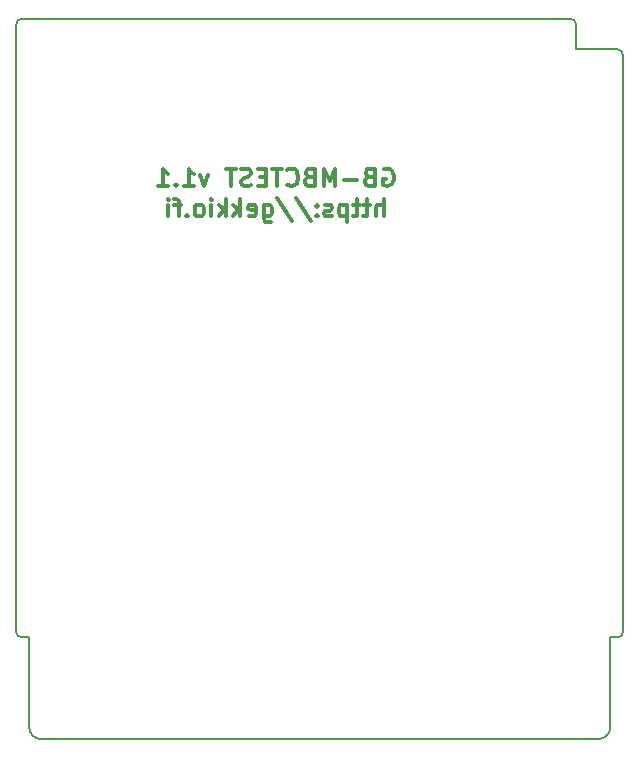
<source format=gbr>
G04 #@! TF.GenerationSoftware,KiCad,Pcbnew,5.1.5-52549c5~84~ubuntu19.10.1*
G04 #@! TF.CreationDate,2020-02-14T21:32:01+02:00*
G04 #@! TF.ProjectId,GB-MBCTEST,47422d4d-4243-4544-9553-542e6b696361,v1.1*
G04 #@! TF.SameCoordinates,Original*
G04 #@! TF.FileFunction,Legend,Bot*
G04 #@! TF.FilePolarity,Positive*
%FSLAX46Y46*%
G04 Gerber Fmt 4.6, Leading zero omitted, Abs format (unit mm)*
G04 Created by KiCad (PCBNEW 5.1.5-52549c5~84~ubuntu19.10.1) date 2020-02-14 21:32:01*
%MOMM*%
%LPD*%
G04 APERTURE LIST*
%ADD10C,0.300000*%
%ADD11C,0.150000*%
G04 APERTURE END LIST*
D10*
X105407142Y-51775000D02*
X105550000Y-51703571D01*
X105764285Y-51703571D01*
X105978571Y-51775000D01*
X106121428Y-51917857D01*
X106192857Y-52060714D01*
X106264285Y-52346428D01*
X106264285Y-52560714D01*
X106192857Y-52846428D01*
X106121428Y-52989285D01*
X105978571Y-53132142D01*
X105764285Y-53203571D01*
X105621428Y-53203571D01*
X105407142Y-53132142D01*
X105335714Y-53060714D01*
X105335714Y-52560714D01*
X105621428Y-52560714D01*
X104192857Y-52417857D02*
X103978571Y-52489285D01*
X103907142Y-52560714D01*
X103835714Y-52703571D01*
X103835714Y-52917857D01*
X103907142Y-53060714D01*
X103978571Y-53132142D01*
X104121428Y-53203571D01*
X104692857Y-53203571D01*
X104692857Y-51703571D01*
X104192857Y-51703571D01*
X104050000Y-51775000D01*
X103978571Y-51846428D01*
X103907142Y-51989285D01*
X103907142Y-52132142D01*
X103978571Y-52275000D01*
X104050000Y-52346428D01*
X104192857Y-52417857D01*
X104692857Y-52417857D01*
X103192857Y-52632142D02*
X102050000Y-52632142D01*
X101335714Y-53203571D02*
X101335714Y-51703571D01*
X100835714Y-52775000D01*
X100335714Y-51703571D01*
X100335714Y-53203571D01*
X99121428Y-52417857D02*
X98907142Y-52489285D01*
X98835714Y-52560714D01*
X98764285Y-52703571D01*
X98764285Y-52917857D01*
X98835714Y-53060714D01*
X98907142Y-53132142D01*
X99050000Y-53203571D01*
X99621428Y-53203571D01*
X99621428Y-51703571D01*
X99121428Y-51703571D01*
X98978571Y-51775000D01*
X98907142Y-51846428D01*
X98835714Y-51989285D01*
X98835714Y-52132142D01*
X98907142Y-52275000D01*
X98978571Y-52346428D01*
X99121428Y-52417857D01*
X99621428Y-52417857D01*
X97264285Y-53060714D02*
X97335714Y-53132142D01*
X97550000Y-53203571D01*
X97692857Y-53203571D01*
X97907142Y-53132142D01*
X98050000Y-52989285D01*
X98121428Y-52846428D01*
X98192857Y-52560714D01*
X98192857Y-52346428D01*
X98121428Y-52060714D01*
X98050000Y-51917857D01*
X97907142Y-51775000D01*
X97692857Y-51703571D01*
X97550000Y-51703571D01*
X97335714Y-51775000D01*
X97264285Y-51846428D01*
X96835714Y-51703571D02*
X95978571Y-51703571D01*
X96407142Y-53203571D02*
X96407142Y-51703571D01*
X95478571Y-52417857D02*
X94978571Y-52417857D01*
X94764285Y-53203571D02*
X95478571Y-53203571D01*
X95478571Y-51703571D01*
X94764285Y-51703571D01*
X94192857Y-53132142D02*
X93978571Y-53203571D01*
X93621428Y-53203571D01*
X93478571Y-53132142D01*
X93407142Y-53060714D01*
X93335714Y-52917857D01*
X93335714Y-52775000D01*
X93407142Y-52632142D01*
X93478571Y-52560714D01*
X93621428Y-52489285D01*
X93907142Y-52417857D01*
X94050000Y-52346428D01*
X94121428Y-52275000D01*
X94192857Y-52132142D01*
X94192857Y-51989285D01*
X94121428Y-51846428D01*
X94050000Y-51775000D01*
X93907142Y-51703571D01*
X93550000Y-51703571D01*
X93335714Y-51775000D01*
X92907142Y-51703571D02*
X92050000Y-51703571D01*
X92478571Y-53203571D02*
X92478571Y-51703571D01*
X90550000Y-52203571D02*
X90192857Y-53203571D01*
X89835714Y-52203571D01*
X88478571Y-53203571D02*
X89335714Y-53203571D01*
X88907142Y-53203571D02*
X88907142Y-51703571D01*
X89050000Y-51917857D01*
X89192857Y-52060714D01*
X89335714Y-52132142D01*
X87835714Y-53060714D02*
X87764285Y-53132142D01*
X87835714Y-53203571D01*
X87907142Y-53132142D01*
X87835714Y-53060714D01*
X87835714Y-53203571D01*
X86335714Y-53203571D02*
X87192857Y-53203571D01*
X86764285Y-53203571D02*
X86764285Y-51703571D01*
X86907142Y-51917857D01*
X87050000Y-52060714D01*
X87192857Y-52132142D01*
X105407142Y-55753571D02*
X105407142Y-54253571D01*
X104764285Y-55753571D02*
X104764285Y-54967857D01*
X104835714Y-54825000D01*
X104978571Y-54753571D01*
X105192857Y-54753571D01*
X105335714Y-54825000D01*
X105407142Y-54896428D01*
X104264285Y-54753571D02*
X103692857Y-54753571D01*
X104050000Y-54253571D02*
X104050000Y-55539285D01*
X103978571Y-55682142D01*
X103835714Y-55753571D01*
X103692857Y-55753571D01*
X103407142Y-54753571D02*
X102835714Y-54753571D01*
X103192857Y-54253571D02*
X103192857Y-55539285D01*
X103121428Y-55682142D01*
X102978571Y-55753571D01*
X102835714Y-55753571D01*
X102335714Y-54753571D02*
X102335714Y-56253571D01*
X102335714Y-54825000D02*
X102192857Y-54753571D01*
X101907142Y-54753571D01*
X101764285Y-54825000D01*
X101692857Y-54896428D01*
X101621428Y-55039285D01*
X101621428Y-55467857D01*
X101692857Y-55610714D01*
X101764285Y-55682142D01*
X101907142Y-55753571D01*
X102192857Y-55753571D01*
X102335714Y-55682142D01*
X101050000Y-55682142D02*
X100907142Y-55753571D01*
X100621428Y-55753571D01*
X100478571Y-55682142D01*
X100407142Y-55539285D01*
X100407142Y-55467857D01*
X100478571Y-55325000D01*
X100621428Y-55253571D01*
X100835714Y-55253571D01*
X100978571Y-55182142D01*
X101050000Y-55039285D01*
X101050000Y-54967857D01*
X100978571Y-54825000D01*
X100835714Y-54753571D01*
X100621428Y-54753571D01*
X100478571Y-54825000D01*
X99764285Y-55610714D02*
X99692857Y-55682142D01*
X99764285Y-55753571D01*
X99835714Y-55682142D01*
X99764285Y-55610714D01*
X99764285Y-55753571D01*
X99764285Y-54825000D02*
X99692857Y-54896428D01*
X99764285Y-54967857D01*
X99835714Y-54896428D01*
X99764285Y-54825000D01*
X99764285Y-54967857D01*
X97978571Y-54182142D02*
X99264285Y-56110714D01*
X96407142Y-54182142D02*
X97692857Y-56110714D01*
X95264285Y-54753571D02*
X95264285Y-55967857D01*
X95335714Y-56110714D01*
X95407142Y-56182142D01*
X95550000Y-56253571D01*
X95764285Y-56253571D01*
X95907142Y-56182142D01*
X95264285Y-55682142D02*
X95407142Y-55753571D01*
X95692857Y-55753571D01*
X95835714Y-55682142D01*
X95907142Y-55610714D01*
X95978571Y-55467857D01*
X95978571Y-55039285D01*
X95907142Y-54896428D01*
X95835714Y-54825000D01*
X95692857Y-54753571D01*
X95407142Y-54753571D01*
X95264285Y-54825000D01*
X93978571Y-55682142D02*
X94121428Y-55753571D01*
X94407142Y-55753571D01*
X94550000Y-55682142D01*
X94621428Y-55539285D01*
X94621428Y-54967857D01*
X94550000Y-54825000D01*
X94407142Y-54753571D01*
X94121428Y-54753571D01*
X93978571Y-54825000D01*
X93907142Y-54967857D01*
X93907142Y-55110714D01*
X94621428Y-55253571D01*
X93264285Y-55753571D02*
X93264285Y-54253571D01*
X93121428Y-55182142D02*
X92692857Y-55753571D01*
X92692857Y-54753571D02*
X93264285Y-55325000D01*
X92050000Y-55753571D02*
X92050000Y-54253571D01*
X91907142Y-55182142D02*
X91478571Y-55753571D01*
X91478571Y-54753571D02*
X92050000Y-55325000D01*
X90835714Y-55753571D02*
X90835714Y-54753571D01*
X90835714Y-54253571D02*
X90907142Y-54325000D01*
X90835714Y-54396428D01*
X90764285Y-54325000D01*
X90835714Y-54253571D01*
X90835714Y-54396428D01*
X89907142Y-55753571D02*
X90050000Y-55682142D01*
X90121428Y-55610714D01*
X90192857Y-55467857D01*
X90192857Y-55039285D01*
X90121428Y-54896428D01*
X90050000Y-54825000D01*
X89907142Y-54753571D01*
X89692857Y-54753571D01*
X89550000Y-54825000D01*
X89478571Y-54896428D01*
X89407142Y-55039285D01*
X89407142Y-55467857D01*
X89478571Y-55610714D01*
X89550000Y-55682142D01*
X89692857Y-55753571D01*
X89907142Y-55753571D01*
X88764285Y-55610714D02*
X88692857Y-55682142D01*
X88764285Y-55753571D01*
X88835714Y-55682142D01*
X88764285Y-55610714D01*
X88764285Y-55753571D01*
X88264285Y-54753571D02*
X87692857Y-54753571D01*
X88050000Y-55753571D02*
X88050000Y-54467857D01*
X87978571Y-54325000D01*
X87835714Y-54253571D01*
X87692857Y-54253571D01*
X87192857Y-55753571D02*
X87192857Y-54753571D01*
X87192857Y-54253571D02*
X87264285Y-54325000D01*
X87192857Y-54396428D01*
X87121428Y-54325000D01*
X87192857Y-54253571D01*
X87192857Y-54396428D01*
D11*
X125700000Y-90900000D02*
G75*
G02X125200000Y-91400000I-500000J0D01*
G01*
X125200000Y-41600000D02*
G75*
G02X125700000Y-42100000I0J-500000D01*
G01*
X125200000Y-41600000D02*
X121700000Y-41600000D01*
X125700000Y-90900000D02*
X125700000Y-42100000D01*
X124600000Y-91400000D02*
X125200000Y-91400000D01*
X74800000Y-91400000D02*
G75*
G02X74300000Y-90900000I0J500000D01*
G01*
X74300000Y-39500000D02*
G75*
G02X74800000Y-39000000I500000J0D01*
G01*
X121200000Y-39000000D02*
G75*
G02X121700000Y-39500000I0J-500000D01*
G01*
X76400000Y-100000000D02*
G75*
G02X75400000Y-99000000I0J1000000D01*
G01*
X124600000Y-99000000D02*
G75*
G02X123600000Y-100000000I-1000000J0D01*
G01*
X121700000Y-39500000D02*
X121700000Y-41600000D01*
X74800000Y-39000000D02*
X121200000Y-39000000D01*
X74300000Y-90900000D02*
X74300000Y-39500000D01*
X75400000Y-91400000D02*
X74800000Y-91400000D01*
X75400000Y-99000000D02*
X75400000Y-91400000D01*
X124600000Y-99000000D02*
X124600000Y-91400000D01*
X76400000Y-100000000D02*
X123600000Y-100000000D01*
M02*

</source>
